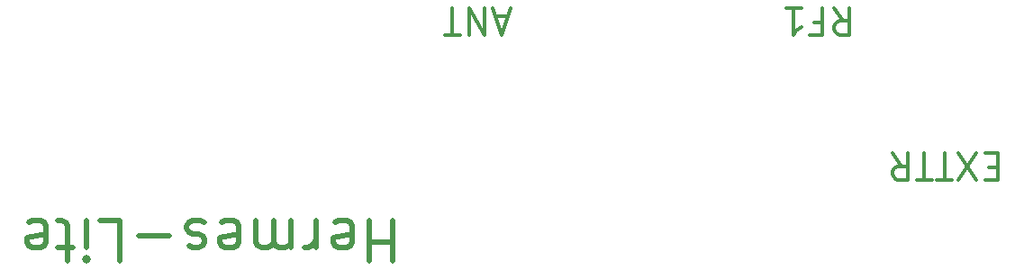
<source format=gto>
G04 #@! TF.GenerationSoftware,KiCad,Pcbnew,5.0.2-bee76a0~70~ubuntu16.04.1*
G04 #@! TF.CreationDate,2019-08-25T20:37:00-07:00*
G04 #@! TF.ProjectId,endcap,656e6463-6170-42e6-9b69-6361645f7063,rev?*
G04 #@! TF.SameCoordinates,PX2faf080PY2faf080*
G04 #@! TF.FileFunction,Other,ECO1*
%FSLAX46Y46*%
G04 Gerber Fmt 4.6, Leading zero omitted, Abs format (unit mm)*
G04 Created by KiCad (PCBNEW 5.0.2-bee76a0~70~ubuntu16.04.1) date Sun 25 Aug 2019 08:37:00 PM PDT*
%MOMM*%
%LPD*%
G01*
G04 APERTURE LIST*
%ADD10C,0.500000*%
%ADD11C,0.300000*%
G04 APERTURE END LIST*
D10*
X39000000Y-27080952D02*
X39000000Y-30880952D01*
X39000000Y-29071428D02*
X36828571Y-29071428D01*
X36828571Y-27080952D02*
X36828571Y-30880952D01*
X33571428Y-27261904D02*
X33933333Y-27080952D01*
X34657142Y-27080952D01*
X35019047Y-27261904D01*
X35200000Y-27623809D01*
X35200000Y-29071428D01*
X35019047Y-29433333D01*
X34657142Y-29614285D01*
X33933333Y-29614285D01*
X33571428Y-29433333D01*
X33390476Y-29071428D01*
X33390476Y-28709523D01*
X35200000Y-28347619D01*
X31761904Y-27080952D02*
X31761904Y-29614285D01*
X31761904Y-28890476D02*
X31580952Y-29252380D01*
X31400000Y-29433333D01*
X31038095Y-29614285D01*
X30676190Y-29614285D01*
X29409523Y-27080952D02*
X29409523Y-29614285D01*
X29409523Y-29252380D02*
X29228571Y-29433333D01*
X28866666Y-29614285D01*
X28323809Y-29614285D01*
X27961904Y-29433333D01*
X27780952Y-29071428D01*
X27780952Y-27080952D01*
X27780952Y-29071428D02*
X27600000Y-29433333D01*
X27238095Y-29614285D01*
X26695238Y-29614285D01*
X26333333Y-29433333D01*
X26152380Y-29071428D01*
X26152380Y-27080952D01*
X22895238Y-27261904D02*
X23257142Y-27080952D01*
X23980952Y-27080952D01*
X24342857Y-27261904D01*
X24523809Y-27623809D01*
X24523809Y-29071428D01*
X24342857Y-29433333D01*
X23980952Y-29614285D01*
X23257142Y-29614285D01*
X22895238Y-29433333D01*
X22714285Y-29071428D01*
X22714285Y-28709523D01*
X24523809Y-28347619D01*
X21266666Y-27261904D02*
X20904761Y-27080952D01*
X20180952Y-27080952D01*
X19819047Y-27261904D01*
X19638095Y-27623809D01*
X19638095Y-27804761D01*
X19819047Y-28166666D01*
X20180952Y-28347619D01*
X20723809Y-28347619D01*
X21085714Y-28528571D01*
X21266666Y-28890476D01*
X21266666Y-29071428D01*
X21085714Y-29433333D01*
X20723809Y-29614285D01*
X20180952Y-29614285D01*
X19819047Y-29433333D01*
X18009523Y-28528571D02*
X15114285Y-28528571D01*
X11495238Y-27080952D02*
X13304761Y-27080952D01*
X13304761Y-30880952D01*
X10228571Y-27080952D02*
X10228571Y-29614285D01*
X10228571Y-30880952D02*
X10409523Y-30700000D01*
X10228571Y-30519047D01*
X10047619Y-30700000D01*
X10228571Y-30880952D01*
X10228571Y-30519047D01*
X8961904Y-29614285D02*
X7514285Y-29614285D01*
X8419047Y-30880952D02*
X8419047Y-27623809D01*
X8238095Y-27261904D01*
X7876190Y-27080952D01*
X7514285Y-27080952D01*
X4800000Y-27261904D02*
X5161904Y-27080952D01*
X5885714Y-27080952D01*
X6247619Y-27261904D01*
X6428571Y-27623809D01*
X6428571Y-29071428D01*
X6247619Y-29433333D01*
X5885714Y-29614285D01*
X5161904Y-29614285D01*
X4800000Y-29433333D01*
X4619047Y-29071428D01*
X4619047Y-28709523D01*
X6428571Y-28347619D01*
D11*
X95880952Y-22078571D02*
X95047619Y-22078571D01*
X94690476Y-20769047D02*
X95880952Y-20769047D01*
X95880952Y-23269047D01*
X94690476Y-23269047D01*
X93857142Y-23269047D02*
X92190476Y-20769047D01*
X92190476Y-23269047D02*
X93857142Y-20769047D01*
X91595238Y-23269047D02*
X90166666Y-23269047D01*
X90880952Y-20769047D02*
X90880952Y-23269047D01*
X89690476Y-23269047D02*
X88261904Y-23269047D01*
X88976190Y-20769047D02*
X88976190Y-23269047D01*
X86000000Y-20769047D02*
X86833333Y-21959523D01*
X87428571Y-20769047D02*
X87428571Y-23269047D01*
X86476190Y-23269047D01*
X86238095Y-23150000D01*
X86119047Y-23030952D01*
X86000000Y-22792857D01*
X86000000Y-22435714D01*
X86119047Y-22197619D01*
X86238095Y-22078571D01*
X86476190Y-21959523D01*
X87428571Y-21959523D01*
X49857142Y-7818333D02*
X48666666Y-7818333D01*
X50095238Y-7104047D02*
X49261904Y-9604047D01*
X48428571Y-7104047D01*
X47595238Y-7104047D02*
X47595238Y-9604047D01*
X46166666Y-7104047D01*
X46166666Y-9604047D01*
X45333333Y-9604047D02*
X43904761Y-9604047D01*
X44619047Y-7104047D02*
X44619047Y-9604047D01*
X80488095Y-7104047D02*
X81321428Y-8294523D01*
X81916666Y-7104047D02*
X81916666Y-9604047D01*
X80964285Y-9604047D01*
X80726190Y-9485000D01*
X80607142Y-9365952D01*
X80488095Y-9127857D01*
X80488095Y-8770714D01*
X80607142Y-8532619D01*
X80726190Y-8413571D01*
X80964285Y-8294523D01*
X81916666Y-8294523D01*
X78583333Y-8413571D02*
X79416666Y-8413571D01*
X79416666Y-7104047D02*
X79416666Y-9604047D01*
X78226190Y-9604047D01*
X75964285Y-7104047D02*
X77392857Y-7104047D01*
X76678571Y-7104047D02*
X76678571Y-9604047D01*
X76916666Y-9246904D01*
X77154761Y-9008809D01*
X77392857Y-8889761D01*
M02*

</source>
